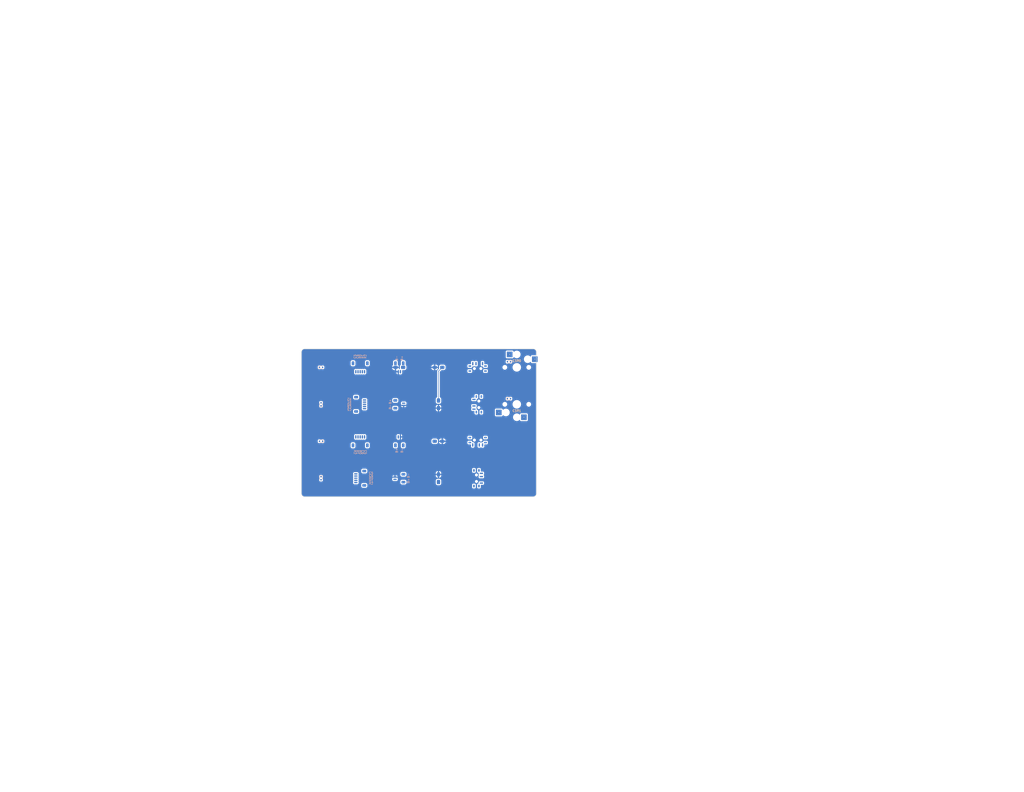
<source format=kicad_pcb>
(kicad_pcb (version 20221018) (generator pcbnew)
  (title_block (title "test") (rev "v1.0.0") (company "Unknown"))
  (layers (0 "F.Cu" signal) (31 "B.Cu" signal) (34 "B.Paste" user) (35 "F.Paste" user) (36 "B.SilkS" user "B.Silkscreen") (37 "F.SilkS" user "F.Silkscreen") (38 "B.Mask" user) (39 "F.Mask" user) (44 "Edge.Cuts" user))
  (net 0 "")
  (net 1 "f")
  (net 2 "t")
  (net 3 "C5")
  (net 4 "C6")
  (net 5 "R0")
  (net 6 "R1")
  (net 7 "R2")
  (net 8 "BSLI")
  (net 9 "GND")
  (net 10 "RST")
  (net 11 "RAW")
  (net 12 "three")
  (net 13 "thre")
  (net 14 "C5R0D")
  (net 15 "C5R1D")
  (footprint "somelogo" (layer "F.Cu") (at 60 -51)
    (fp_text reference "T1" hide)
    (fp_text value "x")
  )
  (footprint "somelogo" (layer "F.Cu") (at 0 -71)
    (fp_text reference "T2" hide)
    (fp_text value "y")
  )
  (footprint "easyeda:SW-TH_MSK12C02-HB-1" (layer "F.Cu") (at 72 -17 180)
    (fp_text reference "SS3" hide)
    (fp_text value "SW-TH_MSK12C02-HB-1" hide)
    (pad "" np_thru_hole circle (at -1.5 0.55) (size 0.9 0.9) (drill 0.9) (layers "*.Cu" "*.Mask"))
    (pad "" np_thru_hole circle (at 1.5 0.55) (size 0.9 0.9) (drill 0.9) (layers "*.Cu" "*.Mask"))
    (pad "1" smd rect (at 2.25 -1.7 90) (size 1.524 0.6) (layers "B.Cu" "B.Paste" "B.Mask") (net 11 "RAW"))
    (pad "2" smd rect (at -0.75 -1.7 90) (size 1.524 0.6) (layers "B.Cu" "B.Paste" "B.Mask") (net 8 "BSLI"))
    (pad "3" smd rect (at -2.25 -1.7 90) (size 1.524 0.6) (layers "B.Cu" "B.Paste" "B.Mask") (net 12 "three"))
    (pad "4" smd rect (at -3.6 -0.6) (size 1.2 0.7) (layers "B.Cu" "B.Paste" "B.Mask"))
    (pad "4" smd rect (at -3.6 1.7) (size 1.2 0.7) (layers "B.Cu" "B.Paste" "B.Mask"))
    (pad "4" smd rect (at 3.6 -0.6) (size 1.2 0.7) (layers "B.Cu" "B.Paste" "B.Mask"))
    (pad "4" smd rect (at 3.6 1.7) (size 1.2 0.7) (layers "B.Cu" "B.Paste" "B.Mask"))
  )
  (footprint "easyeda:SW-TH_MSK12C02-HB-1" (layer "F.Cu") (at 72 0 -90)
    (fp_text reference "SS4" hide)
    (fp_text value "SW-TH_MSK12C02-HB-1" hide)
    (pad "" np_thru_hole circle (at -1.5 0.55) (size 0.9 0.9) (drill 0.9) (layers "*.Cu" "*.Mask"))
    (pad "" np_thru_hole circle (at 1.5 0.55) (size 0.9 0.9) (drill 0.9) (layers "*.Cu" "*.Mask"))
    (pad "1" smd rect (at 2.25 -1.7 180) (size 1.524 0.6) (layers "B.Cu" "B.Paste" "B.Mask") (net 11 "RAW"))
    (pad "2" smd rect (at -0.75 -1.7 180) (size 1.524 0.6) (layers "B.Cu" "B.Paste" "B.Mask") (net 8 "BSLI"))
    (pad "3" smd rect (at -2.25 -1.7 180) (size 1.524 0.6) (layers "B.Cu" "B.Paste" "B.Mask") (net 13 "thre"))
    (pad "4" smd rect (at -3.6 -0.6 90) (size 1.2 0.7) (layers "B.Cu" "B.Paste" "B.Mask"))
    (pad "4" smd rect (at -3.6 1.7 90) (size 1.2 0.7) (layers "B.Cu" "B.Paste" "B.Mask"))
    (pad "4" smd rect (at 3.6 -0.6 90) (size 1.2 0.7) (layers "B.Cu" "B.Paste" "B.Mask"))
    (pad "4" smd rect (at 3.6 1.7 90) (size 1.2 0.7) (layers "B.Cu" "B.Paste" "B.Mask"))
  )
  (footprint "easyeda:SW-TH_MSK12C02-HB-1" (layer "F.Cu") (at 72 -51)
    (fp_text reference "SS1" hide)
    (fp_text value "SW-TH_MSK12C02-HB-1" hide)
    (pad "" np_thru_hole circle (at -1.5 0.55) (size 0.9 0.9) (drill 0.9) (layers "*.Cu" "*.Mask"))
    (pad "" np_thru_hole circle (at 1.5 0.55) (size 0.9 0.9) (drill 0.9) (layers "*.Cu" "*.Mask"))
    (pad "1" smd rect (at 2.25 -1.7 270) (size 1.524 0.6) (layers "B.Cu" "B.Paste" "B.Mask") (net 11 "RAW"))
    (pad "2" smd rect (at -0.75 -1.7 270) (size 1.524 0.6) (layers "B.Cu" "B.Paste" "B.Mask") (net 8 "BSLI"))
    (pad "3" smd rect (at -2.25 -1.7 270) (size 1.524 0.6) (layers "B.Cu" "B.Paste" "B.Mask") (net 12 "three"))
    (pad "4" smd rect (at -3.6 -0.6 180) (size 1.2 0.7) (layers "B.Cu" "B.Paste" "B.Mask"))
    (pad "4" smd rect (at -3.6 1.7 180) (size 1.2 0.7) (layers "B.Cu" "B.Paste" "B.Mask"))
    (pad "4" smd rect (at 3.6 -0.6 180) (size 1.2 0.7) (layers "B.Cu" "B.Paste" "B.Mask"))
    (pad "4" smd rect (at 3.6 1.7 180) (size 1.2 0.7) (layers "B.Cu" "B.Paste" "B.Mask"))
  )
  (footprint "easyeda:SW-TH_MSK12C02-HB-1" (layer "F.Cu") (at 72 -34 90)
    (fp_text reference "SS2" hide)
    (fp_text value "SW-TH_MSK12C02-HB-1" hide)
    (pad "" np_thru_hole circle (at -1.5 0.55) (size 0.9 0.9) (drill 0.9) (layers "*.Cu" "*.Mask"))
    (pad "" np_thru_hole circle (at 1.5 0.55) (size 0.9 0.9) (drill 0.9) (layers "*.Cu" "*.Mask"))
    (pad "1" smd rect (at 2.25 -1.7) (size 1.524 0.6) (layers "B.Cu" "B.Paste" "B.Mask") (net 11 "RAW"))
    (pad "2" smd rect (at -0.75 -1.7) (size 1.524 0.6) (layers "B.Cu" "B.Paste" "B.Mask") (net 8 "BSLI"))
    (pad "3" smd rect (at -2.25 -1.7) (size 1.524 0.6) (layers "B.Cu" "B.Paste" "B.Mask") (net 12 "three"))
    (pad "4" smd rect (at -3.6 -0.6 270) (size 1.2 0.7) (layers "B.Cu" "B.Paste" "B.Mask"))
    (pad "4" smd rect (at -3.6 1.7 270) (size 1.2 0.7) (layers "B.Cu" "B.Paste" "B.Mask"))
    (pad "4" smd rect (at 3.6 -0.6 270) (size 1.2 0.7) (layers "B.Cu" "B.Paste" "B.Mask"))
    (pad "4" smd rect (at 3.6 1.7 270) (size 1.2 0.7) (layers "B.Cu" "B.Paste" "B.Mask"))
  )
  (footprint "D_SOD-523" (layer "B.Cu") (at 0 -51)
    (fp_text reference "D1" hide)
    (fp_text value "D_SOD-523")
    (fp_line (start -1.15 -0.6) (end -1.15 0.6) (stroke (width 0.12)) (layer "B.SilkS"))
    (fp_line (start 0.7 -0.6) (end -1.15 -0.6) (stroke (width 0.12)) (layer "B.SilkS"))
    (fp_line (start 0.7 0.6) (end -1.15 0.6) (stroke (width 0.12)) (layer "B.SilkS"))
    (pad "1" smd rect (at -0.7 0) (size 0.6 0.7) (layers "B.Cu" "B.Paste" "B.Mask") (net 2 "t"))
    (pad "2" smd rect (at 0.7 0) (size 0.6 0.7) (layers "B.Cu" "B.Paste" "B.Mask") (net 1 "f"))
  )
  (footprint "D_SOD-523" (layer "B.Cu") (at 0 -34 90)
    (fp_text reference "D2" hide)
    (fp_text value "D_SOD-523")
    (fp_line (start -1.15 -0.6) (end -1.15 0.6) (stroke (width 0.12)) (layer "B.SilkS"))
    (fp_line (start 0.7 -0.6) (end -1.15 -0.6) (stroke (width 0.12)) (layer "B.SilkS"))
    (fp_line (start 0.7 0.6) (end -1.15 0.6) (stroke (width 0.12)) (layer "B.SilkS"))
    (pad "1" smd rect (at -0.7 0 90) (size 0.6 0.7) (layers "B.Cu" "B.Paste" "B.Mask") (net 2 "t"))
    (pad "2" smd rect (at 0.7 0 90) (size 0.6 0.7) (layers "B.Cu" "B.Paste" "B.Mask") (net 1 "f"))
  )
  (footprint "b3u-1000P" (layer "B.Cu") (at 54 -34 90)
    (fp_text reference "SB2" hide)
    (fp_text value "b3u-1000P")
    (pad "1" smd roundrect (at -1.75 0 90) (size 2 1.524) (layers "B.Cu" "B.Paste" "B.Mask") (net 9 "GND"))
    (pad "2" smd roundrect (at 1.75 0 90) (size 2 1.512) (layers "B.Cu" "B.Paste" "B.Mask") (net 10 "RST"))
  )
  (footprint "JST_SH_SM02B-SRSS-TB_1x02-1MP_P1.00mm_Horizontal" (layer "B.Cu") (at 36 0 -90)
    (fp_text reference "JB4" hide)
    (fp_text value "JST_SH_SM02B-SRSS-TB_1x02-1MP_P1.00mm_Horizontal" hide)
    (fp_text user "B+" (at 1.2 -4.2 90 unlocked) (layer "B.SilkS"))
    (fp_text user "B-" (at -1.2 -4.2 90 unlocked) (layer "B.SilkS"))
    (pad "1" smd roundrect (at -0.5 2 270) (size 0.6 1.55) (layers "B.Cu" "B.Paste" "B.Mask") (net 9 "GND"))
    (pad "2" smd roundrect (at 0.5 2 270) (size 0.6 1.55) (layers "B.Cu" "B.Paste" "B.Mask") (net 8 "BSLI"))
    (pad "MP" smd roundrect (at -1.8 -1.875 270) (size 1.2 1.8) (layers "B.Cu" "B.Paste" "B.Mask") (roundrect_rratio 0.208333))
    (pad "MP" smd roundrect (at 1.8 -1.875 270) (size 1.2 1.8) (layers "B.Cu" "B.Paste" "B.Mask") (roundrect_rratio 0.208333))
  )
  (footprint "Kailh_socket_PG1350_no_silk" (layer "B.Cu") (at 90 -51 180)
    (fp_text reference "S1" hide)
    (fp_text value "" (at 0 0 180) (layer "F.SilkS") (effects (font (size 1.27 1.27))))
    (fp_text user "C5R0" (at 0 3 180) (layer "B.SilkS"))
    (fp_text user "C5R0" (at 0 3 180) (layer "F.SilkS"))
    (pad "" np_thru_hole circle (at -5.5 0) (size 1.7018 1.7018) (drill 1.7018) (layers "*.Cu" "*.Mask"))
    (pad "" np_thru_hole circle (at -5 3.75) (size 3 3) (drill 3) (layers "*.Cu" "*.Mask"))
    (pad "" np_thru_hole circle (at 0 0) (size 3.429 3.429) (drill 3.429) (layers "*.Cu" "*.Mask"))
    (pad "" np_thru_hole circle (at 0 5.95) (size 3 3) (drill 3) (layers "*.Cu" "*.Mask"))
    (pad "" np_thru_hole circle (at 5.5 0) (size 1.7018 1.7018) (drill 1.7018) (layers "*.Cu" "*.Mask"))
    (pad "1" smd rect (at 3.275 5.95) (size 2.6 2.6) (layers "B.Cu" "B.Paste" "B.Mask") (net 14 "C5R0D"))
    (pad "2" smd rect (at -8.275 3.75) (size 2.6 2.6) (layers "B.Cu" "B.Paste" "B.Mask") (net 3 "C5"))
    (pad "3" thru_hole circle (at 3.275 5.95) (size 0.6 0.6) (drill 0.3) (layers "*.Cu") (net 14 "C5R0D"))
    (pad "4" thru_hole circle (at -8.275 3.75) (size 0.6 0.6) (drill 0.3) (layers "*.Cu") (net 3 "C5"))
  )
  (footprint "JST_SH_SM02B-SRSS-TB_1x02-1MP_P1.00mm_Horizontal" (layer "B.Cu") (at 36 -34 90)
    (fp_text reference "JB2" hide)
    (fp_text value "JST_SH_SM02B-SRSS-TB_1x02-1MP_P1.00mm_Horizontal" hide)
    (fp_text user "B-" (at -1.2 -4.2 90 unlocked) (layer "B.SilkS"))
    (fp_text user "B+" (at 1.2 -4.2 90 unlocked) (layer "B.SilkS"))
    (pad "1" smd roundrect (at -0.5 2 90) (size 0.6 1.55) (layers "B.Cu" "B.Paste" "B.Mask") (net 9 "GND"))
    (pad "2" smd roundrect (at 0.5 2 90) (size 0.6 1.55) (layers "B.Cu" "B.Paste" "B.Mask") (net 8 "BSLI"))
    (pad "MP" smd roundrect (at -1.8 -1.875 90) (size 1.2 1.8) (layers "B.Cu" "B.Paste" "B.Mask") (roundrect_rratio 0.208333))
    (pad "MP" smd roundrect (at 1.8 -1.875 90) (size 1.2 1.8) (layers "B.Cu" "B.Paste" "B.Mask") (roundrect_rratio 0.208333))
  )
  (footprint "Kailh_socket_PG1350_no_silk" (layer "B.Cu") (at 90 -34)
    (fp_text reference "S2" hide)
    (fp_text value "" (at 0 0) (layer "F.SilkS") (effects (font (size 1.27 1.27))))
    (fp_text user "C5R1" (at 0 3) (layer "B.SilkS"))
    (fp_text user "C5R1" (at 0 3) (layer "F.SilkS"))
    (pad "" np_thru_hole circle (at -5.5 0) (size 1.7018 1.7018) (drill 1.7018) (layers "*.Cu" "*.Mask"))
    (pad "" np_thru_hole circle (at -5 3.75) (size 3 3) (drill 3) (layers "*.Cu" "*.Mask"))
    (pad "" np_thru_hole circle (at 0 0) (size 3.429 3.429) (drill 3.429) (layers "*.Cu" "*.Mask"))
    (pad "" np_thru_hole circle (at 0 5.95) (size 3 3) (drill 3) (layers "*.Cu" "*.Mask"))
    (pad "" np_thru_hole circle (at 5.5 0) (size 1.7018 1.7018) (drill 1.7018) (layers "*.Cu" "*.Mask"))
    (pad "1" smd rect (at 3.275 5.95) (size 2.6 2.6) (layers "B.Cu" "B.Paste" "B.Mask") (net 15 "C5R1D"))
    (pad "2" smd rect (at -8.275 3.75) (size 2.6 2.6) (layers "B.Cu" "B.Paste" "B.Mask") (net 3 "C5"))
    (pad "3" thru_hole circle (at 3.275 5.95) (size 0.6 0.6) (drill 0.3) (layers "*.Cu") (net 15 "C5R1D"))
    (pad "4" thru_hole circle (at -8.275 3.75) (size 0.6 0.6) (drill 0.3) (layers "*.Cu") (net 3 "C5"))
  )
  (footprint "D_SOD-523" (layer "B.Cu") (at 0 0 -90)
    (fp_text reference "D4" hide)
    (fp_text value "D_SOD-523")
    (fp_line (start -1.15 -0.6) (end -1.15 0.6) (stroke (width 0.12)) (layer "B.SilkS"))
    (fp_line (start 0.7 -0.6) (end -1.15 -0.6) (stroke (width 0.12)) (layer "B.SilkS"))
    (fp_line (start 0.7 0.6) (end -1.15 0.6) (stroke (width 0.12)) (layer "B.SilkS"))
    (pad "1" smd rect (at -0.7 0 270) (size 0.6 0.7) (layers "B.Cu" "B.Paste" "B.Mask") (net 2 "t"))
    (pad "2" smd rect (at 0.7 0 270) (size 0.6 0.7) (layers "B.Cu" "B.Paste" "B.Mask") (net 1 "f"))
  )
  (footprint "b3u-1000P" (layer "B.Cu") (at 54 -17 180)
    (fp_text reference "SB3" hide)
    (fp_text value "b3u-1000P")
    (pad "1" smd roundrect (at -1.75 0 180) (size 2 1.524) (layers "B.Cu" "B.Paste" "B.Mask") (net 9 "GND"))
    (pad "2" smd roundrect (at 1.75 0 180) (size 2 1.512) (layers "B.Cu" "B.Paste" "B.Mask") (net 10 "RST"))
  )
  (footprint "JST_SH_SM05B-SRSS-TB_1x05-1MP_P1.00mm_Horizontal" (layer "B.Cu") (at 18 0 -90)
    (fp_text reference "JC4" hide)
    (fp_text value "" (at 0 0 -90) (layer "F.SilkS") (effects (font (size 1.27 1.27))))
    (fp_text user "R1" (at 1.2 -5 unlocked) (layer "B.SilkS"))
    (fp_text user "R0" (at 0 -5 unlocked) (layer "B.SilkS"))
    (fp_text user "R2" (at 2.4 -5 unlocked) (layer "B.SilkS"))
    (fp_text user "C5" (at -2.4 -5 unlocked) (layer "B.SilkS"))
    (fp_text user "C6" (at -1.2 -5 unlocked) (layer "B.SilkS"))
    (pad "1" smd roundrect (at -2 2 270) (size 0.6 1.55) (layers "B.Cu" "B.Paste" "B.Mask") (net 3 "C5"))
    (pad "2" smd roundrect (at -1 2 270) (size 0.6 1.55) (layers "B.Cu" "B.Paste" "B.Mask") (net 4 "C6"))
    (pad "3" smd roundrect (at 0 2 270) (size 0.6 1.55) (layers "B.Cu" "B.Paste" "B.Mask") (net 5 "R0"))
    (pad "4" smd roundrect (at 1 2 270) (size 0.6 1.55) (layers "B.Cu" "B.Paste" "B.Mask") (net 6 "R1"))
    (pad "5" smd roundrect (at 2 2 270) (size 0.6 1.55) (layers "B.Cu" "B.Paste" "B.Mask") (net 7 "R2"))
    (pad "MP" smd roundrect (at -3.3 -1.875 270) (size 1.2 1.8) (layers "B.Cu" "B.Paste" "B.Mask") (roundrect_rratio 0.208333))
    (pad "MP" smd roundrect (at 3.3 -1.875 270) (size 1.2 1.8) (layers "B.Cu" "B.Paste" "B.Mask") (roundrect_rratio 0.208333))
  )
  (footprint "JST_SH_SM05B-SRSS-TB_1x05-1MP_P1.00mm_Horizontal" (layer "B.Cu") (at 18 -51)
    (fp_text reference "JC1" hide)
    (fp_text value "" (at 0 0) (layer "F.SilkS") (effects (font (size 1.27 1.27))))
    (fp_text user "R0" (at 0 -5 90 unlocked) (layer "B.SilkS"))
    (fp_text user "R2" (at 2.4 -5 90 unlocked) (layer "B.SilkS"))
    (fp_text user "R1" (at 1.2 -5 90 unlocked) (layer "B.SilkS"))
    (fp_text user "C5" (at -2.4 -5 90 unlocked) (layer "B.SilkS"))
    (fp_text user "C6" (at -1.2 -5 90 unlocked) (layer "B.SilkS"))
    (pad "1" smd roundrect (at -2 2) (size 0.6 1.55) (layers "B.Cu" "B.Paste" "B.Mask") (net 3 "C5"))
    (pad "2" smd roundrect (at -1 2) (size 0.6 1.55) (layers "B.Cu" "B.Paste" "B.Mask") (net 4 "C6"))
    (pad "3" smd roundrect (at 0 2) (size 0.6 1.55) (layers "B.Cu" "B.Paste" "B.Mask") (net 5 "R0"))
    (pad "4" smd roundrect (at 1 2) (size 0.6 1.55) (layers "B.Cu" "B.Paste" "B.Mask") (net 6 "R1"))
    (pad "5" smd roundrect (at 2 2) (size 0.6 1.55) (layers "B.Cu" "B.Paste" "B.Mask") (net 7 "R2"))
    (pad "MP" smd roundrect (at -3.3 -1.875) (size 1.2 1.8) (layers "B.Cu" "B.Paste" "B.Mask") (roundrect_rratio 0.208333))
    (pad "MP" smd roundrect (at 3.3 -1.875) (size 1.2 1.8) (layers "B.Cu" "B.Paste" "B.Mask") (roundrect_rratio 0.208333))
  )
  (footprint "JST_SH_SM05B-SRSS-TB_1x05-1MP_P1.00mm_Horizontal" (layer "B.Cu") (at 18 -17 180)
    (fp_text reference "JC3" hide)
    (fp_text value "" (at 0 0 180) (layer "F.SilkS") (effects (font (size 1.27 1.27))))
    (fp_text user "R0" (at 0 -5 270 unlocked) (layer "B.SilkS"))
    (fp_text user "C6" (at -1.2 -5 270 unlocked) (layer "B.SilkS"))
    (fp_text user "C5" (at -2.4 -5 270 unlocked) (layer "B.SilkS"))
    (fp_text user "R1" (at 1.2 -5 270 unlocked) (layer "B.SilkS"))
    (fp_text user "R2" (at 2.4 -5 270 unlocked) (layer "B.SilkS"))
    (pad "1" smd roundrect (at -2 2 180) (size 0.6 1.55) (layers "B.Cu" "B.Paste" "B.Mask") (net 3 "C5"))
    (pad "2" smd roundrect (at -1 2 180) (size 0.6 1.55) (layers "B.Cu" "B.Paste" "B.Mask") (net 4 "C6"))
    (pad "3" smd roundrect (at 0 2 180) (size 0.6 1.55) (layers "B.Cu" "B.Paste" "B.Mask") (net 5 "R0"))
    (pad "4" smd roundrect (at 1 2 180) (size 0.6 1.55) (layers "B.Cu" "B.Paste" "B.Mask") (net 6 "R1"))
    (pad "5" smd roundrect (at 2 2 180) (size 0.6 1.55) (layers "B.Cu" "B.Paste" "B.Mask") (net 7 "R2"))
    (pad "MP" smd roundrect (at -3.3 -1.875 180) (size 1.2 1.8) (layers "B.Cu" "B.Paste" "B.Mask") (roundrect_rratio 0.208333))
    (pad "MP" smd roundrect (at 3.3 -1.875 180) (size 1.2 1.8) (layers "B.Cu" "B.Paste" "B.Mask") (roundrect_rratio 0.208333))
  )
  (footprint "JST_SH_SM02B-SRSS-TB_1x02-1MP_P1.00mm_Horizontal" (layer "B.Cu") (at 36 -17 180)
    (fp_text reference "JB3" hide)
    (fp_text value "JST_SH_SM02B-SRSS-TB_1x02-1MP_P1.00mm_Horizontal" hide)
    (fp_text user "B-" (at -1.2 -4.2 90 unlocked) (layer "B.SilkS"))
    (fp_text user "B+" (at 1.2 -4.2 90 unlocked) (layer "B.SilkS"))
    (pad "1" smd roundrect (at -0.5 2 180) (size 0.6 1.55) (layers "B.Cu" "B.Paste" "B.Mask") (net 9 "GND"))
    (pad "2" smd roundrect (at 0.5 2 180) (size 0.6 1.55) (layers "B.Cu" "B.Paste" "B.Mask") (net 8 "BSLI"))
    (pad "MP" smd roundrect (at -1.8 -1.875 180) (size 1.2 1.8) (layers "B.Cu" "B.Paste" "B.Mask") (roundrect_rratio 0.208333))
    (pad "MP" smd roundrect (at 1.8 -1.875 180) (size 1.2 1.8) (layers "B.Cu" "B.Paste" "B.Mask") (roundrect_rratio 0.208333))
  )
  (footprint "JST_SH_SM05B-SRSS-TB_1x05-1MP_P1.00mm_Horizontal" (layer "B.Cu") (at 18 -34 90)
    (fp_text reference "JC2" hide)
    (fp_text value "" (at 0 0 90) (layer "F.SilkS") (effects (font (size 1.27 1.27))))
    (fp_text user "R2" (at 2.4 -5 180 unlocked) (layer "B.SilkS"))
    (fp_text user "R1" (at 1.2 -5 180 unlocked) (layer "B.SilkS"))
    (fp_text user "C6" (at -1.2 -5 180 unlocked) (layer "B.SilkS"))
    (fp_text user "C5" (at -2.4 -5 180 unlocked) (layer "B.SilkS"))
    (fp_text user "R0" (at 0 -5 180 unlocked) (layer "B.SilkS"))
    (pad "1" smd roundrect (at -2 2 90) (size 0.6 1.55) (layers "B.Cu" "B.Paste" "B.Mask") (net 3 "C5"))
    (pad "2" smd roundrect (at -1 2 90) (size 0.6 1.55) (layers "B.Cu" "B.Paste" "B.Mask") (net 4 "C6"))
    (pad "3" smd roundrect (at 0 2 90) (size 0.6 1.55) (layers "B.Cu" "B.Paste" "B.Mask") (net 5 "R0"))
    (pad "4" smd roundrect (at 1 2 90) (size 0.6 1.55) (layers "B.Cu" "B.Paste" "B.Mask") (net 6 "R1"))
    (pad "5" smd roundrect (at 2 2 90) (size 0.6 1.55) (layers "B.Cu" "B.Paste" "B.Mask") (net 7 "R2"))
    (pad "MP" smd roundrect (at -3.3 -1.875 90) (size 1.2 1.8) (layers "B.Cu" "B.Paste" "B.Mask") (roundrect_rratio 0.208333))
    (pad "MP" smd roundrect (at 3.3 -1.875 90) (size 1.2 1.8) (layers "B.Cu" "B.Paste" "B.Mask") (roundrect_rratio 0.208333))
  )
  (footprint "D_SOD-523" (layer "B.Cu") (at 86.4 -53.6 180)
    (fp_text reference "D5" hide)
    (fp_text value "D_SOD-523")
    (fp_line (start -1.15 -0.6) (end -1.15 0.6) (stroke (width 0.12)) (layer "B.SilkS"))
    (fp_line (start 0.7 -0.6) (end -1.15 -0.6) (stroke (width 0.12)) (layer "B.SilkS"))
    (fp_line (start 0.7 0.6) (end -1.15 0.6) (stroke (width 0.12)) (layer "B.SilkS"))
    (pad "1" smd rect (at -0.7 0 180) (size 0.6 0.7) (layers "B.Cu" "B.Paste" "B.Mask") (net 5 "R0"))
    (pad "2" smd rect (at 0.7 0 180) (size 0.6 0.7) (layers "B.Cu" "B.Paste" "B.Mask") (net 14 "C5R0D"))
  )
  (footprint "b3u-1000P" (layer "B.Cu") (at 54 -51)
    (fp_text reference "SB1" hide)
    (fp_text value "b3u-1000P")
    (pad "1" smd roundrect (at -1.75 0) (size 2 1.524) (layers "B.Cu" "B.Paste" "B.Mask") (net 9 "GND"))
    (pad "2" smd roundrect (at 1.75 0) (size 2 1.512) (layers "B.Cu" "B.Paste" "B.Mask") (net 10 "RST"))
  )
  (footprint "b3u-1000P" (layer "B.Cu") (at 54 0 -90)
    (fp_text reference "SB4" hide)
    (fp_text value "b3u-1000P")
    (pad "1" smd roundrect (at -1.75 0 270) (size 2 1.524) (layers "B.Cu" "B.Paste" "B.Mask") (net 9 "GND"))
    (pad "2" smd roundrect (at 1.75 0 270) (size 2 1.512) (layers "B.Cu" "B.Paste" "B.Mask") (net 10 "RST"))
  )
  (footprint "D_SOD-523" (layer "B.Cu") (at 0 -17 180)
    (fp_text reference "D3" hide)
    (fp_text value "D_SOD-523")
    (fp_line (start -1.15 -0.6) (end -1.15 0.6) (stroke (width 0.12)) (layer "B.SilkS"))
    (fp_line (start 0.7 -0.6) (end -1.15 -0.6) (stroke (width 0.12)) (layer "B.SilkS"))
    (fp_line (start 0.7 0.6) (end -1.15 0.6) (stroke (width 0.12)) (layer "B.SilkS"))
    (pad "1" smd rect (at -0.7 0 180) (size 0.6 0.7) (layers "B.Cu" "B.Paste" "B.Mask") (net 2 "t"))
    (pad "2" smd rect (at 0.7 0 180) (size 0.6 0.7) (layers "B.Cu" "B.Paste" "B.Mask") (net 1 "f"))
  )
  (footprint "b3u-1000P" (layer "B.Cu") (at 36 -51)
    (fp_text reference "SB5" hide)
    (fp_text value "b3u-1000P")
    (pad "1" smd roundrect (at -1.75 0) (size 2 1.524) (layers "B.Cu" "B.Paste" "B.Mask") (net 9 "GND"))
    (pad "2" smd roundrect (at 1.75 0) (size 2 1.512) (layers "B.Cu" "B.Paste" "B.Mask") (net 10 "RST"))
  )
  (footprint "D_SOD-523" (layer "B.Cu") (at 86.4 -36.6)
    (fp_text reference "D6" hide)
    (fp_text value "D_SOD-523")
    (fp_line (start -1.15 -0.6) (end -1.15 0.6) (stroke (width 0.12)) (layer "B.SilkS"))
    (fp_line (start 0.7 -0.6) (end -1.15 -0.6) (stroke (width 0.12)) (layer "B.SilkS"))
    (fp_line (start 0.7 0.6) (end -1.15 0.6) (stroke (width 0.12)) (layer "B.SilkS"))
    (pad "1" smd rect (at -0.7 0) (size 0.6 0.7) (layers "B.Cu" "B.Paste" "B.Mask") (net 6 "R1"))
    (pad "2" smd rect (at 0.7 0) (size 0.6 0.7) (layers "B.Cu" "B.Paste" "B.Mask") (net 15 "C5R1D"))
  )
  (footprint "JST_SH_SM02B-SRSS-TB_1x02-1MP_P1.00mm_Horizontal" (layer "B.Cu") (at 36 -51)
    (fp_text reference "JB1" hide)
    (fp_text value "JST_SH_SM02B-SRSS-TB_1x02-1MP_P1.00mm_Horizontal" hide)
    (fp_text user "B-" (at -1.2 -4.2 90 unlocked) (layer "B.SilkS"))
    (fp_text user "B+" (at 1.2 -4.2 90 unlocked) (layer "B.SilkS"))
    (pad "1" smd roundrect (at -0.5 2) (size 0.6 1.55) (layers "B.Cu" "B.Paste" "B.Mask") (net 9 "GND"))
    (pad "2" smd roundrect (at 0.5 2) (size 0.6 1.55) (layers "B.Cu" "B.Paste" "B.Mask") (net 8 "BSLI"))
    (pad "MP" smd roundrect (at -1.8 -1.875) (size 1.2 1.8) (layers "B.Cu" "B.Paste" "B.Mask") (roundrect_rratio 0.208333))
    (pad "MP" smd roundrect (at 1.8 -1.875) (size 1.2 1.8) (layers "B.Cu" "B.Paste" "B.Mask") (roundrect_rratio 0.208333))
  )
  (gr_arc (start -9 -58) (mid -8.56066 -59.06066) (end -7.5 -59.5) (stroke (width 0.15)) (layer "Edge.Cuts"))
  (gr_arc (start 99 7) (mid 98.56066 8.06066) (end 97.5 8.5) (stroke (width 0.15)) (layer "Edge.Cuts"))
  (gr_line (start -7.5 -59.5) (end 97.5 -59.5) (stroke (width 0.15)) (layer "Edge.Cuts"))
  (gr_arc (start -7.5 8.5) (mid -8.56066 8.06066) (end -9 7) (stroke (width 0.15)) (layer "Edge.Cuts"))
  (gr_arc (start 97.5 -59.5) (mid 98.56066 -59.06066) (end 99 -58) (stroke (width 0.15)) (layer "Edge.Cuts"))
  (gr_line (start -9 7) (end -9 -58) (stroke (width 0.15)) (layer "Edge.Cuts"))
  (gr_line (start 99 7) (end 99 -58) (stroke (width 0.15)) (layer "Edge.Cuts"))
  (gr_line (start -7.5 8.5) (end 97.5 8.5) (stroke (width 0.15)) (layer "Edge.Cuts"))
  (segment (start 54 -35.75) (end 54 -49.25) (width 0.25) (layer "B.Cu") (net 10))
  (segment (start 54 -49.25) (end 55.75 -51) (width 0.25) (layer "B.Cu") (net 10))
  (zone (net 9) (net_name "GND") (layers "F&B.Cu") (connect_pads (clearance 0.508)) (min_thickness 0.25) (fill yes (thermal_gap 0.5) (thermal_bridge_width 0.5))
    (polygon (pts (xy -146.9 -218.7) (xy -147.6 134.9) (xy 323.2 144.3) (xy 272.6 -220)))
  )
)
</source>
